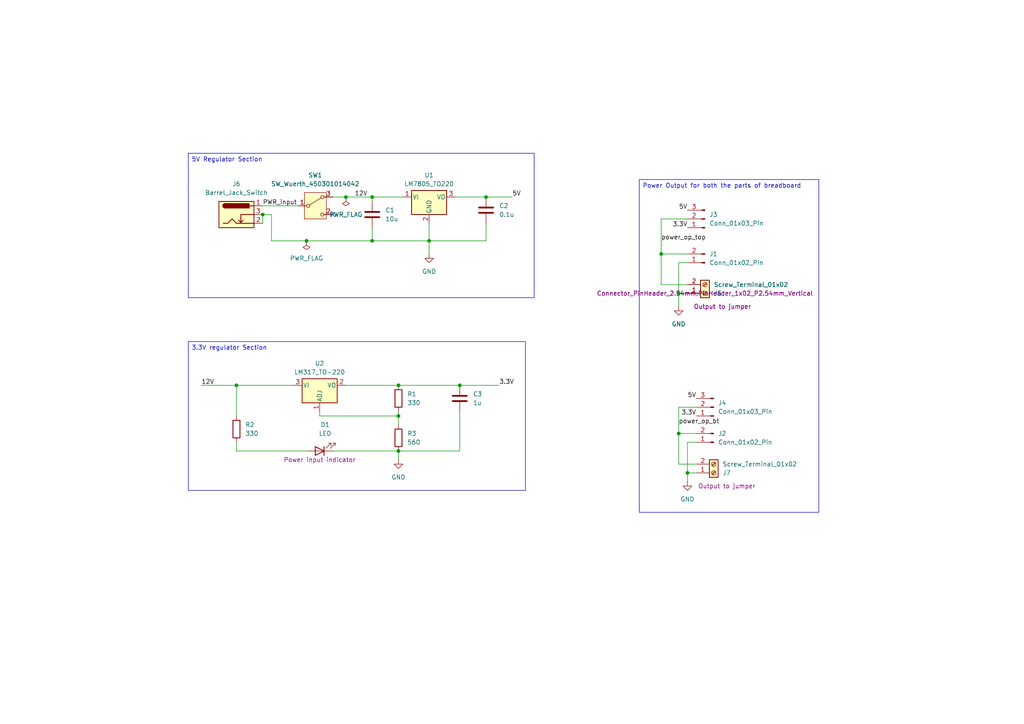
<source format=kicad_sch>
(kicad_sch (version 20250114) (generator "eeschema") (generator_version "9.0")
  (paper "A4")
  (title_block (title "Revising after a long time") (date "2025-10-01") (rev "0.1"))
  (lib_symbols
    (symbol "Connector:Barrel_Jack_Switch" (pin_names (hide yes))
      (property "Reference" "J" (at 0 5.334 0))
      (property "Value" "Barrel_Jack_Switch" (at 0 -5.08 0))
      (symbol "Barrel_Jack_Switch_0_1"
        (rectangle (start -5.08 3.81) (end 5.08 -3.81) (stroke (width 0.254)) (fill (type background)))
        (polyline (pts (xy -3.81 -2.54) (xy -2.54 -2.54) (xy -1.27 -1.27) (xy 0 -2.54) (xy 2.54 -2.54) (xy 5.08 -2.54)) (stroke (width 0.254)))
        (arc (start -3.302 1.905) (mid -3.9343 2.54) (end -3.302 3.175) (stroke (width 0.254)))
        (arc (start -3.302 1.905) (mid -3.9343 2.54) (end -3.302 3.175) (stroke (width 0.254)) (fill (type outline)))
        (polyline (pts (xy 1.27 -2.286) (xy 1.905 -1.651)) (stroke (width 0.254)))
        (rectangle (start 3.683 3.175) (end -3.302 1.905) (stroke (width 0.254)) (fill (type outline)))
        (polyline (pts (xy 5.08 2.54) (xy 3.81 2.54)) (stroke (width 0.254)))
        (polyline (pts (xy 5.08 0) (xy 1.27 0) (xy 1.27 -2.286) (xy 0.635 -1.651)) (stroke (width 0.254)))
      )
      (symbol "Barrel_Jack_Switch_1_1"
        (pin passive line (at 7.62 2.54 180) (length 2.54) (name "~") (number "1"))
        (pin passive line (at 7.62 0 180) (length 2.54) (name "~") (number "3"))
        (pin passive line (at 7.62 -2.54 180) (length 2.54) (name "~") (number "2"))
      )
    )
    (symbol "Connector:Conn_01x02_Pin" (pin_names (offset 1.016) (hide yes))
      (property "Reference" "J" (at 0 2.54 0))
      (property "Value" "Conn_01x02_Pin" (at 0 -5.08 0))
      (symbol "Conn_01x02_Pin_1_1"
        (rectangle (start 0.8636 0.127) (end 0 -0.127) (stroke (width 0.1524)) (fill (type outline)))
        (rectangle (start 0.8636 -2.413) (end 0 -2.667) (stroke (width 0.1524)) (fill (type outline)))
        (polyline (pts (xy 1.27 0) (xy 0.8636 0)) (stroke (width 0.1524)))
        (polyline (pts (xy 1.27 -2.54) (xy 0.8636 -2.54)) (stroke (width 0.1524)))
        (pin passive line (at 5.08 0 180) (length 3.81) (name "Pin_1") (number "1"))
        (pin passive line (at 5.08 -2.54 180) (length 3.81) (name "Pin_2") (number "2"))
      )
    )
    (symbol "Connector:Conn_01x03_Pin" (pin_names (offset 1.016) (hide yes))
      (property "Reference" "J" (at 0 5.08 0))
      (property "Value" "Conn_01x03_Pin" (at 0 -5.08 0))
      (symbol "Conn_01x03_Pin_1_1"
        (rectangle (start 0.8636 2.667) (end 0 2.413) (stroke (width 0.1524)) (fill (type outline)))
        (rectangle (start 0.8636 0.127) (end 0 -0.127) (stroke (width 0.1524)) (fill (type outline)))
        (rectangle (start 0.8636 -2.413) (end 0 -2.667) (stroke (width 0.1524)) (fill (type outline)))
        (polyline (pts (xy 1.27 2.54) (xy 0.8636 2.54)) (stroke (width 0.1524)))
        (polyline (pts (xy 1.27 0) (xy 0.8636 0)) (stroke (width 0.1524)))
        (polyline (pts (xy 1.27 -2.54) (xy 0.8636 -2.54)) (stroke (width 0.1524)))
        (pin passive line (at 5.08 2.54 180) (length 3.81) (name "Pin_1") (number "1"))
        (pin passive line (at 5.08 0 180) (length 3.81) (name "Pin_2") (number "2"))
        (pin passive line (at 5.08 -2.54 180) (length 3.81) (name "Pin_3") (number "3"))
      )
    )
    (symbol "Connector:Screw_Terminal_01x02" (pin_names (offset 1.016) (hide yes))
      (property "Reference" "J" (at 0 2.54 0))
      (property "Value" "Screw_Terminal_01x02" (at 0 -5.08 0))
      (symbol "Screw_Terminal_01x02_1_1"
        (rectangle (start -1.27 1.27) (end 1.27 -3.81) (stroke (width 0.254)) (fill (type background)))
        (polyline (pts (xy -0.5334 0.3302) (xy 0.3302 -0.508)) (stroke (width 0.1524)))
        (polyline (pts (xy -0.5334 -2.2098) (xy 0.3302 -3.048)) (stroke (width 0.1524)))
        (polyline (pts (xy -0.3556 0.508) (xy 0.508 -0.3302)) (stroke (width 0.1524)))
        (polyline (pts (xy -0.3556 -2.032) (xy 0.508 -2.8702)) (stroke (width 0.1524)))
        (circle (center 0 0) (radius 0.635) (stroke (width 0.1524)))
        (circle (center 0 -2.54) (radius 0.635) (stroke (width 0.1524)))
        (pin passive line (at -5.08 0 0) (length 3.81) (name "Pin_1") (number "1"))
        (pin passive line (at -5.08 -2.54 0) (length 3.81) (name "Pin_2") (number "2"))
      )
    )
    (symbol "Device:C" (pin_numbers (hide yes)) (pin_names (offset 0.254))
      (property "Reference" "C" (at 0.635 2.54 0))
      (property "Value" "C" (at 0.635 -2.54 0))
      (symbol "C_0_1"
        (polyline (pts (xy -2.032 0.762) (xy 2.032 0.762)) (stroke (width 0.508)))
        (polyline (pts (xy -2.032 -0.762) (xy 2.032 -0.762)) (stroke (width 0.508)))
      )
      (symbol "C_1_1"
        (pin passive line (at 0 3.81 270) (length 2.794) (name "~") (number "1"))
        (pin passive line (at 0 -3.81 90) (length 2.794) (name "~") (number "2"))
      )
    )
    (symbol "Device:LED" (pin_numbers (hide yes)) (pin_names (offset 1.016) (hide yes))
      (property "Reference" "D" (at 0 2.54 0))
      (property "Value" "LED" (at 0 -2.54 0))
      (symbol "LED_0_1"
        (polyline (pts (xy -3.048 -0.762) (xy -4.572 -2.286) (xy -3.81 -2.286) (xy -4.572 -2.286) (xy -4.572 -1.524)))
        (polyline (pts (xy -1.778 -0.762) (xy -3.302 -2.286) (xy -2.54 -2.286) (xy -3.302 -2.286) (xy -3.302 -1.524)))
        (polyline (pts (xy -1.27 0) (xy 1.27 0)))
        (polyline (pts (xy -1.27 -1.27) (xy -1.27 1.27)) (stroke (width 0.254)))
        (polyline (pts (xy 1.27 -1.27) (xy 1.27 1.27) (xy -1.27 0) (xy 1.27 -1.27)) (stroke (width 0.254)))
      )
      (symbol "LED_1_1"
        (pin passive line (at -3.81 0 0) (length 2.54) (name "K") (number "1"))
        (pin passive line (at 3.81 0 180) (length 2.54) (name "A") (number "2"))
      )
    )
    (symbol "Device:R" (pin_numbers (hide yes)) (pin_names (offset 0))
      (property "Reference" "R" (at 2.032 0 90))
      (property "Value" "R" (at 0 0 90))
      (symbol "R_0_1"
        (rectangle (start -1.016 -2.54) (end 1.016 2.54) (stroke (width 0.254)))
      )
      (symbol "R_1_1"
        (pin passive line (at 0 3.81 270) (length 1.27) (name "~") (number "1"))
        (pin passive line (at 0 -3.81 90) (length 1.27) (name "~") (number "2"))
      )
    )
    (symbol "Regulator_Linear:LM317_TO-220" (pin_names (offset 0.254))
      (property "Reference" "U" (at -3.81 3.175 0))
      (property "Value" "LM317_TO-220" (at 0 3.175 0))
      (symbol "LM317_TO-220_0_1"
        (rectangle (start -5.08 1.905) (end 5.08 -5.08) (stroke (width 0.254)) (fill (type background)))
      )
      (symbol "LM317_TO-220_1_1"
        (pin power_in line (at -7.62 0 0) (length 2.54) (name "VI") (number "3"))
        (pin input line (at 0 -7.62 90) (length 2.54) (name "ADJ") (number "1"))
        (pin power_out line (at 7.62 0 180) (length 2.54) (name "VO") (number "2"))
      )
    )
    (symbol "Regulator_Linear:LM7805_TO220" (pin_names (offset 0.254))
      (property "Reference" "U" (at -3.81 3.175 0))
      (property "Value" "LM7805_TO220" (at 0 3.175 0))
      (symbol "LM7805_TO220_0_1"
        (rectangle (start -5.08 1.905) (end 5.08 -5.08) (stroke (width 0.254)) (fill (type background)))
      )
      (symbol "LM7805_TO220_1_1"
        (pin power_in line (at -7.62 0 0) (length 2.54) (name "VI") (number "1"))
        (pin power_in line (at 0 -7.62 90) (length 2.54) (name "GND") (number "2"))
        (pin power_out line (at 7.62 0 180) (length 2.54) (name "VO") (number "3"))
      )
    )
    (symbol "Switch:SW_Wuerth_450301014042" (pin_names (offset 1) (hide yes))
      (property "Reference" "SW" (at 0 5.08 0))
      (property "Value" "SW_Wuerth_450301014042" (at 0 -5.08 0))
      (symbol "SW_Wuerth_450301014042_0_1"
        (circle (center -2.032 0) (radius 0.4572))
        (polyline (pts (xy -1.651 0.254) (xy 1.651 2.286)))
        (circle (center 2.032 2.54) (radius 0.4572))
        (circle (center 2.032 -2.54) (radius 0.4572))
      )
      (symbol "SW_Wuerth_450301014042_1_1"
        (rectangle (start -3.175 3.81) (end 3.175 -3.81) (fill (type background)))
        (pin passive line (at -5.08 0 0) (length 2.54) (name "B") (number "1"))
        (pin passive line (at 5.08 2.54 180) (length 2.54) (name "A") (number "3"))
        (pin passive line (at 5.08 -2.54 180) (length 2.54) (name "C") (number "2"))
      )
    )
    (symbol "power:GND" (power) (pin_numbers (hide yes)) (pin_names (offset 0) (hide yes))
      (property "Value" "GND" (at 0 -3.81 0))
      (symbol "GND_0_1"
        (polyline (pts (xy 0 0) (xy 0 -1.27) (xy 1.27 -1.27) (xy 0 -2.54) (xy -1.27 -1.27) (xy 0 -1.27)))
      )
      (symbol "GND_1_1"
        (pin power_in line (at 0 0 270) (length 0) (name "~") (number "1"))
      )
    )
    (symbol "power:PWR_FLAG" (power) (pin_numbers (hide yes)) (pin_names (offset 0) (hide yes))
      (property "Value" "PWR_FLAG" (at 0 3.81 0))
      (symbol "PWR_FLAG_0_0"
        (pin power_out line (at 0 0 90) (length 0) (name "~") (number "1"))
      )
      (symbol "PWR_FLAG_0_1"
        (polyline (pts (xy 0 0) (xy 0 1.27) (xy -1.016 1.905) (xy 0 2.54) (xy 1.016 1.905) (xy 0 1.27)))
      )
    )
  )
  (text_box "3.3V regulator Section" (at 54.61 99.06 0) (size 97.79 43.18) (margins 0.9525 0.9525 0.9525 0.9525) (effects (font (size 1.27 1.27)) (justify left top)))
  (text_box "Power Output for both the parts of breadboard" (at 185.42 52.07 0) (size 52.07 96.52) (margins 0.9525 0.9525 0.9525 0.9525) (effects (font (size 1.27 1.27)) (justify left top)))
  (text_box "5V Regulator Section" (at 54.61 44.45 0) (size 100.33 41.91) (margins 0.9525 0.9525 0.9525 0.9525) (effects (font (size 1.27 1.27)) (justify left top)))
  (junction (at 100.33 57.15))
  (junction (at 115.57 111.76))
  (junction (at 140.97 57.15))
  (junction (at 115.57 130.81))
  (junction (at 68.58 111.76))
  (junction (at 196.85 85.09))
  (junction (at 133.35 111.76))
  (junction (at 76.2 62.23))
  (junction (at 191.77 73.66))
  (junction (at 196.85 125.73))
  (junction (at 199.39 137.16))
  (junction (at 115.57 120.65))
  (junction (at 124.46 69.85))
  (junction (at 88.9 69.85))
  (junction (at 107.95 57.15))
  (junction (at 107.95 69.85))
  (no_connect (at 96.52 62.23))
  (wire (pts (xy 68.58 111.76) (xy 58.42 111.76)))
  (wire (pts (xy 199.39 137.16) (xy 201.93 137.16)))
  (wire (pts (xy 140.97 57.15) (xy 148.59 57.15)))
  (wire (pts (xy 96.52 130.81) (xy 115.57 130.81)))
  (wire (pts (xy 68.58 111.76) (xy 85.09 111.76)))
  (wire (pts (xy 199.39 128.27) (xy 199.39 137.16)))
  (wire (pts (xy 115.57 120.65) (xy 115.57 123.19)))
  (wire (pts (xy 76.2 62.23) (xy 78.74 62.23)))
  (wire (pts (xy 196.85 125.73) (xy 201.93 125.73)))
  (wire (pts (xy 199.39 85.09) (xy 196.85 85.09)))
  (wire (pts (xy 124.46 64.77) (xy 124.46 69.85)))
  (wire (pts (xy 191.77 73.66) (xy 191.77 82.55)))
  (wire (pts (xy 92.71 120.65) (xy 115.57 120.65)))
  (wire (pts (xy 133.35 111.76) (xy 144.78 111.76)))
  (wire (pts (xy 191.77 63.5) (xy 191.77 73.66)))
  (wire (pts (xy 100.33 57.15) (xy 107.95 57.15)))
  (wire (pts (xy 107.95 57.15) (xy 107.95 58.42)))
  (wire (pts (xy 196.85 76.2) (xy 199.39 76.2)))
  (wire (pts (xy 78.74 69.85) (xy 88.9 69.85)))
  (wire (pts (xy 199.39 73.66) (xy 191.77 73.66)))
  (wire (pts (xy 107.95 69.85) (xy 124.46 69.85)))
  (wire (pts (xy 78.74 62.23) (xy 78.74 69.85)))
  (wire (pts (xy 133.35 119.38) (xy 133.35 130.81)))
  (wire (pts (xy 196.85 85.09) (xy 196.85 88.9)))
  (wire (pts (xy 88.9 69.85) (xy 107.95 69.85)))
  (wire (pts (xy 196.85 134.62) (xy 201.93 134.62)))
  (wire (pts (xy 201.93 118.11) (xy 196.85 118.11)))
  (wire (pts (xy 107.95 66.04) (xy 107.95 69.85)))
  (wire (pts (xy 196.85 118.11) (xy 196.85 125.73)))
  (wire (pts (xy 107.95 57.15) (xy 116.84 57.15)))
  (wire (pts (xy 115.57 111.76) (xy 133.35 111.76)))
  (wire (pts (xy 140.97 69.85) (xy 140.97 64.77)))
  (wire (pts (xy 76.2 62.23) (xy 76.2 64.77)))
  (wire (pts (xy 92.71 119.38) (xy 92.71 120.65)))
  (wire (pts (xy 124.46 69.85) (xy 140.97 69.85)))
  (wire (pts (xy 132.08 57.15) (xy 140.97 57.15)))
  (wire (pts (xy 115.57 119.38) (xy 115.57 120.65)))
  (wire (pts (xy 133.35 130.81) (xy 115.57 130.81)))
  (wire (pts (xy 196.85 76.2) (xy 196.85 85.09)))
  (wire (pts (xy 124.46 69.85) (xy 124.46 73.66)))
  (wire (pts (xy 96.52 57.15) (xy 100.33 57.15)))
  (wire (pts (xy 196.85 125.73) (xy 196.85 134.62)))
  (wire (pts (xy 76.2 59.69) (xy 86.36 59.69)))
  (wire (pts (xy 115.57 130.81) (xy 115.57 133.35)))
  (wire (pts (xy 68.58 120.65) (xy 68.58 111.76)))
  (wire (pts (xy 199.39 137.16) (xy 199.39 139.7)))
  (wire (pts (xy 100.33 111.76) (xy 115.57 111.76)))
  (wire (pts (xy 201.93 128.27) (xy 199.39 128.27)))
  (wire (pts (xy 68.58 130.81) (xy 88.9 130.81)))
  (wire (pts (xy 68.58 128.27) (xy 68.58 130.81)))
  (wire (pts (xy 191.77 63.5) (xy 199.39 63.5)))
  (wire (pts (xy 191.77 82.55) (xy 199.39 82.55)))
  (label "12V" (at 102.87 57.15 0))
  (label "5V" (at 199.39 60.96 180))
  (label "power_op_top" (at 191.77 69.85 0))
  (label "3.3V" (at 199.39 66.04 180))
  (label "5V" (at 201.93 115.57 180))
  (label "3.3V" (at 201.93 120.65 180))
  (label "3.3V" (at 144.78 111.76 0))
  (label "power_op_bt" (at 196.85 123.19 0))
  (label "5V" (at 148.59 57.15 0))
  (label "PWR_input" (at 76.2 59.69 0))
  (label "12V" (at 58.42 111.76 0))
  (symbol (lib_id "power:GND") (at 115.57 133.35 0) (unit 1)
    (property "Reference" "#PWR02" (effects (hide yes)))
    (property "Value" "GND" (at 115.57 138.43 0))
    (property "Description" "Power symbol creates a global label with name \"GND\" , ground" (effects (hide yes)))
  )
  (symbol (lib_id "Device:R") (at 115.57 127 0) (unit 1)
    (property "Reference" "R3" (at 118.11 125.7299 0) (effects (justify left)))
    (property "Value" "560" (at 118.11 128.2699 0) (effects (justify left)))
    (property "Footprint" "Resistor_THT:R_Axial_DIN0204_L3.6mm_D1.6mm_P7.62mm_Horizontal" (effects (hide yes)))
    (property "Description" "Resistor" (effects (hide yes)))
  )
  (symbol (lib_id "Device:C") (at 140.97 60.96 0) (unit 1)
    (property "Reference" "C2" (at 144.78 59.6899 0) (effects (justify left)))
    (property "Value" "0.1u" (at 144.78 62.2299 0) (effects (justify left)))
    (property "Footprint" "Capacitor_THT:C_Disc_D3.0mm_W2.0mm_P2.50mm" (effects (hide yes)))
    (property "Description" "Unpolarized capacitor" (effects (hide yes)))
  )
  (symbol (lib_id "Regulator_Linear:LM317_TO-220") (at 92.71 111.76 0) (unit 1)
    (property "Reference" "U2" (at 92.71 105.41 0))
    (property "Value" "LM317_TO-220" (at 92.71 107.95 0))
    (property "Footprint" "Package_TO_SOT_THT:TO-220-3_Vertical" (effects (hide yes)))
    (property "Datasheet" "http://www.ti.com/lit/ds/symlink/lm317.pdf" (effects (hide yes)))
    (property "Description" "1.5A 35V Adjustable Linear Regulator, TO-220" (effects (hide yes)))
  )
  (symbol (lib_id "Connector:Barrel_Jack_Switch") (at 68.58 62.23 0) (unit 1)
    (property "Reference" "J6" (at 68.58 53.34 0))
    (property "Value" "Barrel_Jack_Switch" (at 68.58 55.88 0))
    (property "Footprint" "Connector_BarrelJack:BarrelJack_Horizontal" (effects (hide yes)))
    (property "Description" "DC Barrel Jack with an internal switch" (effects (hide yes)))
  )
  (symbol (lib_id "power:PWR_FLAG") (at 100.33 57.15 180) (unit 1)
    (property "Reference" "#FLG03" (effects (hide yes)))
    (property "Value" "PWR_FLAG" (at 100.33 62.23 0))
    (property "Description" "Special symbol for telling ERC where power comes from" (effects (hide yes)))
  )
  (symbol (lib_id "Regulator_Linear:LM7805_TO220") (at 124.46 57.15 0) (unit 1)
    (property "Reference" "U1" (at 124.46 50.8 0))
    (property "Value" "LM7805_TO220" (at 124.46 53.34 0))
    (property "Footprint" "Package_TO_SOT_THT:TO-220-3_Vertical" (effects (hide yes)))
    (property "Datasheet" "https://www.onsemi.cn/PowerSolutions/document/MC7800-D.PDF" (effects (hide yes)))
    (property "Description" "Positive 1A 35V Linear Regulator, Fixed Output 5V, TO-220" (effects (hide yes)))
  )
  (symbol (lib_id "power:GND") (at 196.85 88.9 0) (unit 1)
    (property "Reference" "#PWR03" (effects (hide yes)))
    (property "Value" "GND" (at 196.85 93.98 0))
    (property "Description" "Power symbol creates a global label with name \"GND\" , ground" (effects (hide yes)))
  )
  (symbol (lib_id "Connector:Screw_Terminal_01x02") (at 204.47 85.09 0) (mirror x) (unit 1)
    (property "Reference" "J5" (at 207.01 85.0901 0) (effects (justify left)))
    (property "Value" "Screw_Terminal_01x02" (at 207.01 82.5501 0) (effects (justify left)))
    (property "Footprint" "Connector_PinHeader_2.54mm:PinHeader_1x02_P2.54mm_Vertical" (at 204.47 85.09 0))
    (property "Description" "Generic screw terminal, single row, 01x02, script generated (kicad-library-utils/schlib/autogen/connector/)" (effects (hide yes)))
    (property "Purpose(visible in pcbnew)" "Output to jumper" (at 209.55 88.9 0))
  )
  (symbol (lib_id "Switch:SW_Wuerth_450301014042") (at 91.44 59.69 0) (unit 1)
    (property "Reference" "SW1" (at 91.44 50.8 0))
    (property "Value" "SW_Wuerth_450301014042" (at 91.44 53.34 0))
    (property "Footprint" "Button_Switch_THT:SW_Slide-03_Wuerth-WS-SLTV_10x2.5x6.4_P2.54mm" (effects (hide yes)))
    (property "Datasheet" "https://www.we-online.com/components/products/datasheet/450301014042.pdf" (effects (hide yes)))
    (property "Description" "Switch slide, single pole double throw" (effects (hide yes)))
  )
  (symbol (lib_id "Device:R") (at 68.58 124.46 0) (unit 1)
    (property "Reference" "R2" (at 71.12 123.1899 0) (effects (justify left)))
    (property "Value" "330" (at 71.12 125.7299 0) (effects (justify left)))
    (property "Footprint" "Resistor_THT:R_Axial_DIN0204_L3.6mm_D1.6mm_P7.62mm_Horizontal" (effects (hide yes)))
    (property "Description" "Resistor" (effects (hide yes)))
  )
  (symbol (lib_id "Connector:Conn_01x02_Pin") (at 207.01 128.27 180) (unit 1)
    (property "Reference" "J2" (at 208.28 125.7299 0) (effects (justify right)))
    (property "Value" "Conn_01x02_Pin" (at 208.28 128.2699 0) (effects (justify right)))
    (property "Footprint" "Connector_PinHeader_2.54mm:PinHeader_1x02_P2.54mm_Vertical" (effects (hide yes)))
    (property "Description" "Generic connector, single row, 01x02, script generated" (effects (hide yes)))
  )
  (symbol (lib_id "Connector:Screw_Terminal_01x02") (at 207.01 137.16 0) (mirror x) (unit 1)
    (property "Reference" "J7" (at 209.55 137.1601 0) (effects (justify left)))
    (property "Value" "Screw_Terminal_01x02" (at 209.55 134.6201 0) (effects (justify left)))
    (property "Footprint" "Connector_PinHeader_2.54mm:PinHeader_1x02_P2.54mm_Vertical" (effects (hide yes)))
    (property "Description" "Generic screw terminal, single row, 01x02, script generated (kicad-library-utils/schlib/autogen/connector/)" (effects (hide yes)))
    (property "Purpose(visible in pcbnew)" "Output to jumper" (at 210.82 140.97 0))
  )
  (symbol (lib_id "Connector:Conn_01x03_Pin") (at 207.01 118.11 180) (unit 1)
    (property "Reference" "J4" (at 208.28 116.8399 0) (effects (justify right)))
    (property "Value" "Conn_01x03_Pin" (at 208.28 119.3799 0) (effects (justify right)))
    (property "Footprint" "Connector_PinHeader_2.54mm:PinHeader_1x03_P2.54mm_Vertical" (effects (hide yes)))
    (property "Description" "Generic connector, single row, 01x03, script generated" (effects (hide yes)))
  )
  (symbol (lib_id "Device:LED") (at 92.71 130.81 180) (unit 1)
    (property "Reference" "D1" (at 94.2975 123.19 0))
    (property "Value" "LED" (at 94.2975 125.73 0))
    (property "Footprint" "LED_THT:LED_D5.0mm" (effects (hide yes)))
    (property "Description" "Light emitting diode" (effects (hide yes)))
    (property "Sim.Pins" "1=K 2=A" (effects (hide yes)))
    (property "Purpose(visible in pcbnew)" "Power input indicator" (at 92.71 133.35 0))
  )
  (symbol (lib_id "power:PWR_FLAG") (at 88.9 69.85 180) (unit 1)
    (property "Reference" "#FLG02" (effects (hide yes)))
    (property "Value" "PWR_FLAG" (at 88.9 74.93 0))
    (property "Description" "Special symbol for telling ERC where power comes from" (effects (hide yes)))
  )
  (symbol (lib_id "power:GND") (at 199.39 139.7 0) (unit 1)
    (property "Reference" "#PWR04" (effects (hide yes)))
    (property "Value" "GND" (at 199.39 144.78 0))
    (property "Description" "Power symbol creates a global label with name \"GND\" , ground" (effects (hide yes)))
  )
  (symbol (lib_id "Device:C") (at 133.35 115.57 0) (unit 1)
    (property "Reference" "C3" (at 137.16 114.2999 0) (effects (justify left)))
    (property "Value" "1u" (at 137.16 116.8399 0) (effects (justify left)))
    (property "Footprint" "Capacitor_THT:C_Disc_D3.0mm_W2.0mm_P2.50mm" (effects (hide yes)))
    (property "Description" "Unpolarized capacitor" (effects (hide yes)))
  )
  (symbol (lib_id "Connector:Conn_01x02_Pin") (at 204.47 76.2 180) (unit 1)
    (property "Reference" "J1" (at 205.74 73.6599 0) (effects (justify right)))
    (property "Value" "Conn_01x02_Pin" (at 205.74 76.1999 0) (effects (justify right)))
    (property "Footprint" "Connector_PinHeader_2.54mm:PinHeader_1x02_P2.54mm_Vertical" (effects (hide yes)))
    (property "Description" "Generic connector, single row, 01x02, script generated" (effects (hide yes)))
  )
  (symbol (lib_id "power:GND") (at 124.46 73.66 0) (unit 1)
    (property "Reference" "#PWR01" (effects (hide yes)))
    (property "Value" "GND" (at 124.46 78.74 0))
    (property "Description" "Power symbol creates a global label with name \"GND\" , ground" (effects (hide yes)))
  )
  (symbol (lib_id "Device:C") (at 107.95 62.23 0) (unit 1)
    (property "Reference" "C1" (at 111.76 60.9599 0) (effects (justify left)))
    (property "Value" "10u" (at 111.76 63.4999 0) (effects (justify left)))
    (property "Footprint" "Capacitor_THT:C_Disc_D3.0mm_W2.0mm_P2.50mm" (effects (hide yes)))
    (property "Description" "Unpolarized capacitor" (effects (hide yes)))
  )
  (symbol (lib_id "Device:R") (at 115.57 115.57 0) (unit 1)
    (property "Reference" "R1" (at 118.11 114.2999 0) (effects (justify left)))
    (property "Value" "330" (at 118.11 116.8399 0) (effects (justify left)))
    (property "Footprint" "Resistor_THT:R_Axial_DIN0204_L3.6mm_D1.6mm_P7.62mm_Horizontal" (effects (hide yes)))
    (property "Description" "Resistor" (effects (hide yes)))
  )
  (symbol (lib_id "Connector:Conn_01x03_Pin") (at 204.47 63.5 180) (unit 1)
    (property "Reference" "J3" (at 205.74 62.2299 0) (effects (justify right)))
    (property "Value" "Conn_01x03_Pin" (at 205.74 64.7699 0) (effects (justify right)))
    (property "Footprint" "Connector_PinHeader_2.54mm:PinHeader_1x03_P2.54mm_Vertical" (effects (hide yes)))
    (property "Description" "Generic connector, single row, 01x03, script generated" (effects (hide yes)))
  )
)
</source>
